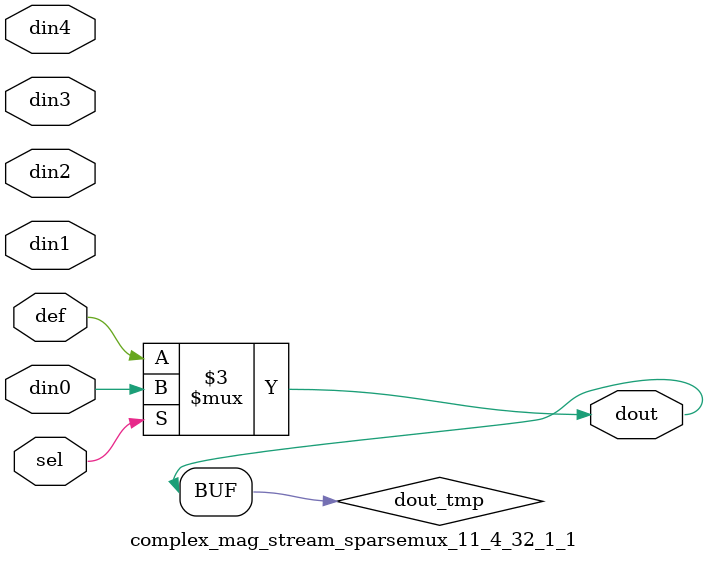
<source format=v>
`timescale 1ns / 1ps

module complex_mag_stream_sparsemux_11_4_32_1_1 (din0,din1,din2,din3,din4,def,sel,dout);

parameter din0_WIDTH = 1;

parameter din1_WIDTH = 1;

parameter din2_WIDTH = 1;

parameter din3_WIDTH = 1;

parameter din4_WIDTH = 1;

parameter def_WIDTH = 1;
parameter sel_WIDTH = 1;
parameter dout_WIDTH = 1;

parameter [sel_WIDTH-1:0] CASE0 = 1;

parameter [sel_WIDTH-1:0] CASE1 = 1;

parameter [sel_WIDTH-1:0] CASE2 = 1;

parameter [sel_WIDTH-1:0] CASE3 = 1;

parameter [sel_WIDTH-1:0] CASE4 = 1;

parameter ID = 1;
parameter NUM_STAGE = 1;



input [din0_WIDTH-1:0] din0;

input [din1_WIDTH-1:0] din1;

input [din2_WIDTH-1:0] din2;

input [din3_WIDTH-1:0] din3;

input [din4_WIDTH-1:0] din4;

input [def_WIDTH-1:0] def;
input [sel_WIDTH-1:0] sel;

output [dout_WIDTH-1:0] dout;



reg [dout_WIDTH-1:0] dout_tmp;


always @ (*) begin
(* parallel_case *) case (sel)
    
    CASE0 : dout_tmp = din0;
    
    CASE1 : dout_tmp = din1;
    
    CASE2 : dout_tmp = din2;
    
    CASE3 : dout_tmp = din3;
    
    CASE4 : dout_tmp = din4;
    
    default : dout_tmp = def;
endcase
end


assign dout = dout_tmp;



endmodule

</source>
